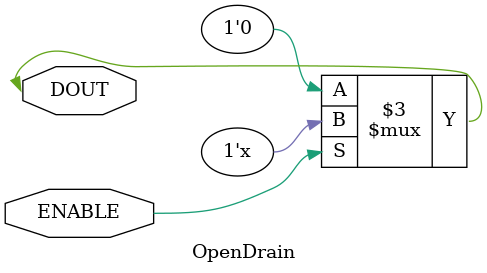
<source format=v>
module OpenDrain(ENABLE, DOUT);
  input ENABLE;
  inout DOUT;
 
  always @(ENABLE)
    begin
      if (ENABLE)
        begin
          DOUT = 1'bZ;
        end
      else
        begin
          DOUT = 1'b0;
        end
    end

endmodule
</source>
